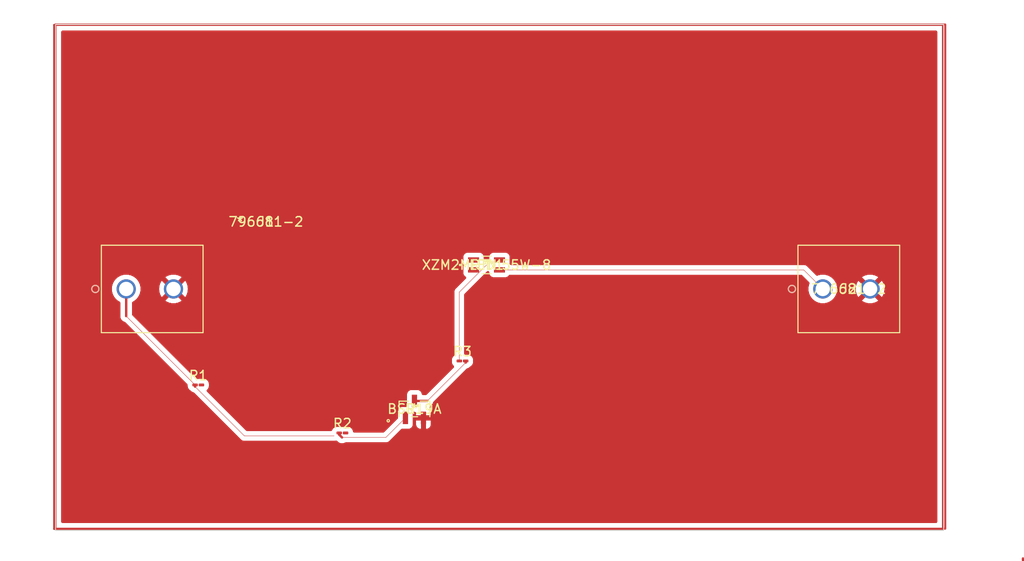
<source format=kicad_pcb>
(kicad_pcb (version 20211014) (generator pcbnew)
  (layers (0 "F.Cu" signal) (31 "B.Cu" signal) (34 "B.Paste" user) (35 "F.Paste" user) (36 "B.SilkS" user "B.Silkscreen") (37 "F.SilkS" user "F.Silkscreen") (38 "B.Mask" user) (39 "F.Mask" user) (44 "Edge.Cuts" user))
  (net 0 "")
  (net 1 "GND")
  (net 2 "Net-(R1-Pad2)")
  (net 3 "Net-(R3-Pad1)")
  (net 4 "Net-(R3-Pad2)")
  (net 5 "Net-(R1-Pad1)")
  (net 6 "Net-(LED1-Pad2)")
  (footprint "shoulderprint:796681-2" (layer "F.Cu") (at 109.22 78.74)
    (fp_text reference "J1" (at 14.778 -7.112) (layer "F.SilkS"))
    (fp_text value "796681-2" (at 14.778 -7.112) (layer "F.SilkS"))
    (fp_text user "*" (at 12.028 -7.112) (layer "F.SilkS"))
    (fp_circle (center -3.262 0) (end -2.881 0) (layer "B.SilkS") (width 0.12) (fill none))
    (fp_line (start 8.126999 4.626999) (end 8.126999 -4.627001) (layer "F.SilkS") (width 0.12))
    (fp_line (start -2.627 4.626999) (end 8.126999 4.626999) (layer "F.SilkS") (width 0.12))
    (fp_line (start 8.126999 -4.627001) (end -2.627 -4.627001) (layer "F.SilkS") (width 0.12))
    (fp_line (start -2.627 -4.627001) (end -2.627 4.626999) (layer "F.SilkS") (width 0.12))
    (fp_circle (center -3.262 0) (end -2.881 0) (layer "F.SilkS") (width 0.12) (fill none))
    (pad "1" thru_hole circle locked (at 0 0) (size 2.032 2.032) (drill 1.524) (layers *.Cu *.Mask) (net 5 "Net-(R1-Pad1)"))
    (pad "2" thru_hole circle locked (at 5 0) (size 2.032 2.032) (drill 1.524) (layers *.Cu *.Mask) (net 1 "GND"))
  )
  (footprint "footprints:BSR19A" (layer "F.Cu") (at 139.7 91.44)
    (fp_text reference "U1" (at 0 0) (layer "F.SilkS"))
    (fp_text value "BSR19A" (at 0 0) (layer "F.SilkS"))
    (fp_text user "*" (at 0 0) (layer "F.SilkS"))
    (fp_line (start -0.34036 0.8255) (end 0.34036 0.8255) (layer "F.SilkS") (width 0.12))
    (fp_line (start -0.61214 -0.8255) (end -1.6256 -0.8255) (layer "F.SilkS") (width 0.12))
    (fp_line (start 1.6256 0.8255) (end 1.6256 -0.8255) (layer "F.SilkS") (width 0.12))
    (fp_line (start 1.6256 -0.8255) (end 0.61214 -0.8255) (layer "F.SilkS") (width 0.12))
    (fp_line (start -1.6256 -0.8255) (end -1.6256 0.8255) (layer "F.SilkS") (width 0.12))
    (fp_circle (center -2.7686 1.25) (end -2.6416 1.25) (layer "F.SilkS") (width 0.12) (fill none))
    (pad "1" smd rect locked (at -0.9525 0.9452) (size 0.5588 1.3208) (layers "F.Cu" "F.Paste" "F.Mask") (net 2 "Net-(R1-Pad2)"))
    (pad "2" smd rect locked (at 0.9525 0.9452) (size 0.5588 1.3208) (layers "F.Cu" "F.Paste" "F.Mask") (net 1 "GND"))
    (pad "3" smd rect locked (at 0 -0.84725) (size 0.5588 1.3208) (layers "F.Cu" "F.Paste" "F.Mask") (net 4 "Net-(R3-Pad2)"))
  )
  (footprint "Resistor_SMD:R_01005_0402Metric_Pad0.57x0.30mm_HandSolder" (layer "F.Cu") (at 116.84 88.9)
    (fp_text reference "R1" (at 0 -1) (layer "F.SilkS"))
    (fp_text value "R")
    (pad "1" smd roundrect (at -0.3375 0) (size 0.575 0.3) (layers "F.Cu" "F.Mask") (net 5 "Net-(R1-Pad1)"))
    (pad "2" smd roundrect (at 0.3375 0) (size 0.575 0.3) (layers "F.Cu" "F.Mask") (net 2 "Net-(R1-Pad2)"))
  )
  (footprint "shoulderprint:796681-2" (layer "F.Cu") (at 182.88 78.74)
    (fp_text reference "J2" (at 2.75 0) (layer "F.SilkS"))
    (fp_text value "796681-2" (at 2.75 0) (layer "F.SilkS"))
    (fp_text user "*" (at 0 0) (layer "F.SilkS"))
    (fp_circle (center -3.262 0) (end -2.881 0) (layer "B.SilkS") (width 0.12) (fill none))
    (fp_line (start 8.126999 -4.627001) (end -2.627 -4.627001) (layer "F.SilkS") (width 0.12))
    (fp_line (start 8.126999 4.626999) (end 8.126999 -4.627001) (layer "F.SilkS") (width 0.12))
    (fp_line (start -2.627 4.626999) (end 8.126999 4.626999) (layer "F.SilkS") (width 0.12))
    (fp_line (start -2.627 -4.627001) (end -2.627 4.626999) (layer "F.SilkS") (width 0.12))
    (fp_circle (center -3.262 0) (end -2.881 0) (layer "F.SilkS") (width 0.12) (fill none))
    (pad "1" thru_hole circle locked (at 0 0) (size 2.032 2.032) (drill 1.524) (layers *.Cu *.Mask) (net 6 "Net-(LED1-Pad2)"))
    (pad "2" thru_hole circle locked (at 5 0) (size 2.032 2.032) (drill 1.524) (layers *.Cu *.Mask) (net 1 "GND"))
  )
  (footprint "Resistor_SMD:R_01005_0402Metric_Pad0.57x0.30mm_HandSolder" (layer "F.Cu") (at 144.78 86.36)
    (fp_text reference "R3" (at 0 -1) (layer "F.SilkS"))
    (fp_text value "R")
    (pad "1" smd roundrect (at -0.3375 0) (size 0.575 0.3) (layers "F.Cu" "F.Mask") (net 3 "Net-(R3-Pad1)"))
    (pad "2" smd roundrect (at 0.3375 0) (size 0.575 0.3) (layers "F.Cu" "F.Mask") (net 4 "Net-(R3-Pad2)"))
  )
  (footprint "handprint:XZM2MRTNI55W-8" (layer "F.Cu") (at 147.32 76.2)
    (fp_text reference "LED1" (at 0 0) (layer "F.SilkS"))
    (fp_text value "XZM2MRTNI55W-8" (at 0 0) (layer "F.SilkS"))
    (fp_text user "*" (at 0 0) (layer "F.SilkS"))
    (fp_line (start 0.478109 -0.9271) (end -0.478109 -0.9271) (layer "F.SilkS") (width 0.12))
    (fp_line (start -0.478109 0.9271) (end 0.478109 0.9271) (layer "F.SilkS") (width 0.12))
    (fp_circle (center -2.794 0) (end -2.7178 0) (layer "F.SilkS") (width 0.12) (fill none))
    (pad "1" smd rect locked (at -1.3716 0.525) (size 1.1684 0.5588) (layers "F.Cu" "F.Paste" "F.Mask") (net 3 "Net-(R3-Pad1)"))
    (pad "2" smd rect locked (at 1.3716 0.525) (size 1.1684 0.5588) (layers "F.Cu" "F.Paste" "F.Mask") (net 6 "Net-(LED1-Pad2)"))
    (pad "3" smd rect locked (at -1.3716 -0.525) (size 1.1684 0.5588) (layers "F.Cu" "F.Paste" "F.Mask"))
    (pad "4" smd rect locked (at 1.3716 -0.525) (size 1.1684 0.5588) (layers "F.Cu" "F.Paste" "F.Mask"))
  )
  (footprint "Resistor_SMD:R_01005_0402Metric_Pad0.57x0.30mm_HandSolder" (layer "F.Cu") (at 132.08 93.98)
    (fp_text reference "R2" (at 0 -1) (layer "F.SilkS"))
    (fp_text value "R")
    (pad "1" smd roundrect (at -0.3375 0) (size 0.575 0.3) (layers "F.Cu" "F.Mask") (net 2 "Net-(R1-Pad2)"))
    (pad "2" smd roundrect (at 0.3375 0) (size 0.575 0.3) (layers "F.Cu" "F.Mask") (net 1 "GND"))
  )
  (gr_line (start 195.58 104.14) (end 101.6 104.14) (layer "F.Cu") (width 0.2))
  (gr_line (start 101.6 50.8) (end 195.58 50.8) (layer "F.Cu") (width 0.2))
  (gr_line (start 101.6 104.14) (end 101.6 50.8) (layer "F.Cu") (width 0.2))
  (gr_line (start 195.58 50.8) (end 195.58 104.14) (layer "F.Cu") (width 0.2))
  (gr_rect (start 101.7524 50.7492) (end 195.834 104.1146) (layer "F.Cu") (width 0.2) (fill none))
  (gr_rect (start 101.7524 50.7492) (end 195.6562 104.2924) (layer "Edge.Cuts") (width 0.1) (fill none))
  (segment (start 132.039315 94.455) (end 136.6777 94.455) (width 0.0424) (layer "F.Cu") (net 2))
  (segment (start 131.7425 93.98) (end 131.7425 94.158185) (width 0.25) (layer "F.Cu") (net 2))
  (segment (start 131.7425 94.158185) (end 132.039315 94.455) (width 0.25) (layer "F.Cu") (net 2))
  (segment (start 136.6777 94.455) (end 138.7475 92.3852) (width 0.0424) (layer "F.Cu") (net 2))
  (segment (start 144.4425 86.36) (end 144.4425 79.0775) (width 0.0424) (layer "F.Cu") (net 3))
  (segment (start 144.4425 79.0775) (end 147.32 76.2) (width 0.0424) (layer "F.Cu") (net 3))
  (segment (start 145.1175 86.538185) (end 145.1175 86.36) (width 0.25) (layer "F.Cu") (net 4))
  (segment (start 141.062935 90.59275) (end 145.1175 86.538185) (width 0.0424) (layer "F.Cu") (net 4))
  (segment (start 204.0455 107.263815) (end 204.0455 107.442) (width 0.25) (layer "F.Cu") (net 4))
  (segment (start 139.7 90.59275) (end 141.062935 90.59275) (width 0.25) (layer "F.Cu") (net 4))
  (segment (start 116.5025 89.078185) (end 121.72 94.295685) (width 0.0424) (layer "F.Cu") (net 5))
  (segment (start 121.72 94.295685) (end 131.205 94.295685) (width 0.0424) (layer "F.Cu") (net 5))
  (segment (start 109.22 78.74) (end 109.22 81.6175) (width 0.25) (layer "F.Cu") (net 5))
  (segment (start 109.22 81.6175) (end 116.5025 88.9) (width 0.0424) (layer "F.Cu") (net 5))
  (segment (start 116.5025 88.9) (end 116.5025 89.078185) (width 0.25) (layer "F.Cu") (net 5))
  (segment (start 148.6916 76.725) (end 180.865 76.725) (width 0.0424) (layer "F.Cu") (net 6))
  (segment (start 180.865 76.725) (end 182.88 78.74) (width 0.0424) (layer "F.Cu") (net 6))
  (zone (net 1) (net_name "GND") (layer "F.Cu") (connect_pads (clearance 0.508)) (min_thickness 0.254) (fill yes (thermal_gap 0.508) (thermal_bridge_width 0.508))
    (polygon (pts (xy 198.0692 106.5276) (xy 99.3394 106.426) (xy 99.3394 48.1584) (xy 198.247 48.1584)))
  )
  (zone (net 1) (net_name "GND") (layer "F.Cu") (connect_pads (clearance 0.508)) (min_thickness 0.254) (fill yes (thermal_gap 0.508) (thermal_bridge_width 0.508))
    (polygon (pts (xy 198.12 106.68) (xy 99.06 106.68) (xy 99.06 48.26) (xy 198.12 48.26)))
  )
  (zone (net 1) (net_name "GND") (layer "F.Cu") (connect_pads (clearance 0.508)) (min_thickness 0.254) (fill yes (thermal_gap 0.508) (thermal_bridge_width 0.508))
    (polygon (pts (xy 198.1454 106.5276) (xy 99.3394 106.5276) (xy 99.2632 48.2346) (xy 198.4248 48.2346)))
  )
  (zone (net 1) (net_name "GND") (layer "F.Cu") (connect_pads (clearance 0.508)) (min_thickness 0.254) (fill yes (thermal_gap 0.508) (thermal_bridge_width 0.508))
    (polygon (pts (xy 198.247 106.6038) (xy 99.06 106.1466) (xy 99.441 48.2346) (xy 197.7898 48.2346)))
  )
)
</source>
